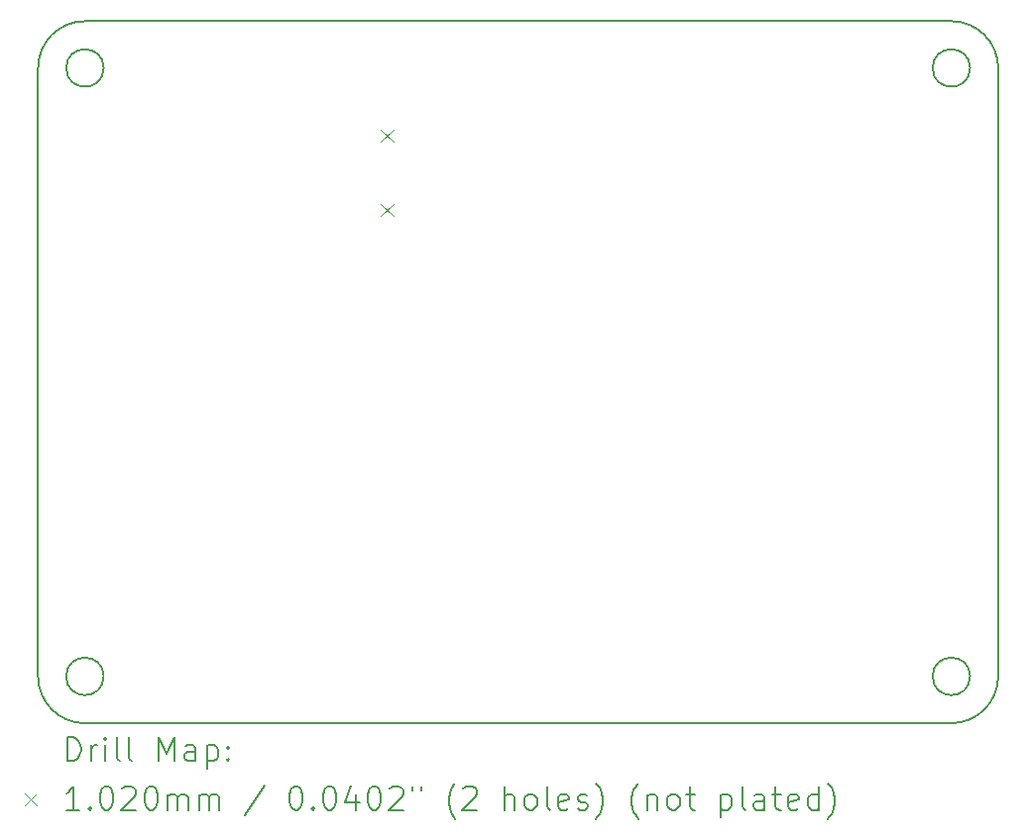
<source format=gbr>
%TF.GenerationSoftware,KiCad,Pcbnew,8.0.6*%
%TF.CreationDate,2024-11-04T12:41:53+02:00*%
%TF.ProjectId,PionController,50696f6e-436f-46e7-9472-6f6c6c65722e,rev?*%
%TF.SameCoordinates,Original*%
%TF.FileFunction,Drillmap*%
%TF.FilePolarity,Positive*%
%FSLAX45Y45*%
G04 Gerber Fmt 4.5, Leading zero omitted, Abs format (unit mm)*
G04 Created by KiCad (PCBNEW 8.0.6) date 2024-11-04 12:41:53*
%MOMM*%
%LPD*%
G01*
G04 APERTURE LIST*
%ADD10C,0.200000*%
%ADD11C,0.102000*%
G04 APERTURE END LIST*
D10*
X17800000Y-12665000D02*
X10400000Y-12665000D01*
X18200000Y-12265000D02*
G75*
G02*
X17800000Y-12665000I-400000J0D01*
G01*
X10560000Y-12265000D02*
G75*
G02*
X10240000Y-12265000I-160000J0D01*
G01*
X10240000Y-12265000D02*
G75*
G02*
X10560000Y-12265000I160000J0D01*
G01*
X10000000Y-7065000D02*
G75*
G02*
X10400000Y-6665000I400000J0D01*
G01*
X17960000Y-7065000D02*
G75*
G02*
X17640000Y-7065000I-160000J0D01*
G01*
X17640000Y-7065000D02*
G75*
G02*
X17960000Y-7065000I160000J0D01*
G01*
X18200000Y-7065000D02*
X18200000Y-12265000D01*
X10400000Y-6665000D02*
X17800000Y-6665000D01*
X10560000Y-7065000D02*
G75*
G02*
X10240000Y-7065000I-160000J0D01*
G01*
X10240000Y-7065000D02*
G75*
G02*
X10560000Y-7065000I160000J0D01*
G01*
X10400000Y-12665000D02*
G75*
G02*
X10000000Y-12265000I0J400000D01*
G01*
X17800000Y-6665000D02*
G75*
G02*
X18200000Y-7065000I0J-400000D01*
G01*
X17960000Y-12265000D02*
G75*
G02*
X17640000Y-12265000I-160000J0D01*
G01*
X17640000Y-12265000D02*
G75*
G02*
X17960000Y-12265000I160000J0D01*
G01*
X10000000Y-12265000D02*
X10000000Y-7065000D01*
D11*
X12930000Y-7589500D02*
X13032000Y-7691500D01*
X13032000Y-7589500D02*
X12930000Y-7691500D01*
X12930000Y-8224500D02*
X13032000Y-8326500D01*
X13032000Y-8224500D02*
X12930000Y-8326500D01*
D10*
X10250777Y-12986484D02*
X10250777Y-12786484D01*
X10250777Y-12786484D02*
X10298396Y-12786484D01*
X10298396Y-12786484D02*
X10326967Y-12796007D01*
X10326967Y-12796007D02*
X10346015Y-12815055D01*
X10346015Y-12815055D02*
X10355539Y-12834103D01*
X10355539Y-12834103D02*
X10365063Y-12872198D01*
X10365063Y-12872198D02*
X10365063Y-12900769D01*
X10365063Y-12900769D02*
X10355539Y-12938865D01*
X10355539Y-12938865D02*
X10346015Y-12957912D01*
X10346015Y-12957912D02*
X10326967Y-12976960D01*
X10326967Y-12976960D02*
X10298396Y-12986484D01*
X10298396Y-12986484D02*
X10250777Y-12986484D01*
X10450777Y-12986484D02*
X10450777Y-12853150D01*
X10450777Y-12891246D02*
X10460301Y-12872198D01*
X10460301Y-12872198D02*
X10469824Y-12862674D01*
X10469824Y-12862674D02*
X10488872Y-12853150D01*
X10488872Y-12853150D02*
X10507920Y-12853150D01*
X10574586Y-12986484D02*
X10574586Y-12853150D01*
X10574586Y-12786484D02*
X10565063Y-12796007D01*
X10565063Y-12796007D02*
X10574586Y-12805531D01*
X10574586Y-12805531D02*
X10584110Y-12796007D01*
X10584110Y-12796007D02*
X10574586Y-12786484D01*
X10574586Y-12786484D02*
X10574586Y-12805531D01*
X10698396Y-12986484D02*
X10679348Y-12976960D01*
X10679348Y-12976960D02*
X10669824Y-12957912D01*
X10669824Y-12957912D02*
X10669824Y-12786484D01*
X10803158Y-12986484D02*
X10784110Y-12976960D01*
X10784110Y-12976960D02*
X10774586Y-12957912D01*
X10774586Y-12957912D02*
X10774586Y-12786484D01*
X11031729Y-12986484D02*
X11031729Y-12786484D01*
X11031729Y-12786484D02*
X11098396Y-12929341D01*
X11098396Y-12929341D02*
X11165063Y-12786484D01*
X11165063Y-12786484D02*
X11165063Y-12986484D01*
X11346015Y-12986484D02*
X11346015Y-12881722D01*
X11346015Y-12881722D02*
X11336491Y-12862674D01*
X11336491Y-12862674D02*
X11317443Y-12853150D01*
X11317443Y-12853150D02*
X11279348Y-12853150D01*
X11279348Y-12853150D02*
X11260301Y-12862674D01*
X11346015Y-12976960D02*
X11326967Y-12986484D01*
X11326967Y-12986484D02*
X11279348Y-12986484D01*
X11279348Y-12986484D02*
X11260301Y-12976960D01*
X11260301Y-12976960D02*
X11250777Y-12957912D01*
X11250777Y-12957912D02*
X11250777Y-12938865D01*
X11250777Y-12938865D02*
X11260301Y-12919817D01*
X11260301Y-12919817D02*
X11279348Y-12910293D01*
X11279348Y-12910293D02*
X11326967Y-12910293D01*
X11326967Y-12910293D02*
X11346015Y-12900769D01*
X11441253Y-12853150D02*
X11441253Y-13053150D01*
X11441253Y-12862674D02*
X11460301Y-12853150D01*
X11460301Y-12853150D02*
X11498396Y-12853150D01*
X11498396Y-12853150D02*
X11517443Y-12862674D01*
X11517443Y-12862674D02*
X11526967Y-12872198D01*
X11526967Y-12872198D02*
X11536491Y-12891246D01*
X11536491Y-12891246D02*
X11536491Y-12948388D01*
X11536491Y-12948388D02*
X11526967Y-12967436D01*
X11526967Y-12967436D02*
X11517443Y-12976960D01*
X11517443Y-12976960D02*
X11498396Y-12986484D01*
X11498396Y-12986484D02*
X11460301Y-12986484D01*
X11460301Y-12986484D02*
X11441253Y-12976960D01*
X11622205Y-12967436D02*
X11631729Y-12976960D01*
X11631729Y-12976960D02*
X11622205Y-12986484D01*
X11622205Y-12986484D02*
X11612682Y-12976960D01*
X11612682Y-12976960D02*
X11622205Y-12967436D01*
X11622205Y-12967436D02*
X11622205Y-12986484D01*
X11622205Y-12862674D02*
X11631729Y-12872198D01*
X11631729Y-12872198D02*
X11622205Y-12881722D01*
X11622205Y-12881722D02*
X11612682Y-12872198D01*
X11612682Y-12872198D02*
X11622205Y-12862674D01*
X11622205Y-12862674D02*
X11622205Y-12881722D01*
D11*
X9888000Y-13264000D02*
X9990000Y-13366000D01*
X9990000Y-13264000D02*
X9888000Y-13366000D01*
D10*
X10355539Y-13406484D02*
X10241253Y-13406484D01*
X10298396Y-13406484D02*
X10298396Y-13206484D01*
X10298396Y-13206484D02*
X10279348Y-13235055D01*
X10279348Y-13235055D02*
X10260301Y-13254103D01*
X10260301Y-13254103D02*
X10241253Y-13263626D01*
X10441253Y-13387436D02*
X10450777Y-13396960D01*
X10450777Y-13396960D02*
X10441253Y-13406484D01*
X10441253Y-13406484D02*
X10431729Y-13396960D01*
X10431729Y-13396960D02*
X10441253Y-13387436D01*
X10441253Y-13387436D02*
X10441253Y-13406484D01*
X10574586Y-13206484D02*
X10593634Y-13206484D01*
X10593634Y-13206484D02*
X10612682Y-13216007D01*
X10612682Y-13216007D02*
X10622205Y-13225531D01*
X10622205Y-13225531D02*
X10631729Y-13244579D01*
X10631729Y-13244579D02*
X10641253Y-13282674D01*
X10641253Y-13282674D02*
X10641253Y-13330293D01*
X10641253Y-13330293D02*
X10631729Y-13368388D01*
X10631729Y-13368388D02*
X10622205Y-13387436D01*
X10622205Y-13387436D02*
X10612682Y-13396960D01*
X10612682Y-13396960D02*
X10593634Y-13406484D01*
X10593634Y-13406484D02*
X10574586Y-13406484D01*
X10574586Y-13406484D02*
X10555539Y-13396960D01*
X10555539Y-13396960D02*
X10546015Y-13387436D01*
X10546015Y-13387436D02*
X10536491Y-13368388D01*
X10536491Y-13368388D02*
X10526967Y-13330293D01*
X10526967Y-13330293D02*
X10526967Y-13282674D01*
X10526967Y-13282674D02*
X10536491Y-13244579D01*
X10536491Y-13244579D02*
X10546015Y-13225531D01*
X10546015Y-13225531D02*
X10555539Y-13216007D01*
X10555539Y-13216007D02*
X10574586Y-13206484D01*
X10717444Y-13225531D02*
X10726967Y-13216007D01*
X10726967Y-13216007D02*
X10746015Y-13206484D01*
X10746015Y-13206484D02*
X10793634Y-13206484D01*
X10793634Y-13206484D02*
X10812682Y-13216007D01*
X10812682Y-13216007D02*
X10822205Y-13225531D01*
X10822205Y-13225531D02*
X10831729Y-13244579D01*
X10831729Y-13244579D02*
X10831729Y-13263626D01*
X10831729Y-13263626D02*
X10822205Y-13292198D01*
X10822205Y-13292198D02*
X10707920Y-13406484D01*
X10707920Y-13406484D02*
X10831729Y-13406484D01*
X10955539Y-13206484D02*
X10974586Y-13206484D01*
X10974586Y-13206484D02*
X10993634Y-13216007D01*
X10993634Y-13216007D02*
X11003158Y-13225531D01*
X11003158Y-13225531D02*
X11012682Y-13244579D01*
X11012682Y-13244579D02*
X11022205Y-13282674D01*
X11022205Y-13282674D02*
X11022205Y-13330293D01*
X11022205Y-13330293D02*
X11012682Y-13368388D01*
X11012682Y-13368388D02*
X11003158Y-13387436D01*
X11003158Y-13387436D02*
X10993634Y-13396960D01*
X10993634Y-13396960D02*
X10974586Y-13406484D01*
X10974586Y-13406484D02*
X10955539Y-13406484D01*
X10955539Y-13406484D02*
X10936491Y-13396960D01*
X10936491Y-13396960D02*
X10926967Y-13387436D01*
X10926967Y-13387436D02*
X10917444Y-13368388D01*
X10917444Y-13368388D02*
X10907920Y-13330293D01*
X10907920Y-13330293D02*
X10907920Y-13282674D01*
X10907920Y-13282674D02*
X10917444Y-13244579D01*
X10917444Y-13244579D02*
X10926967Y-13225531D01*
X10926967Y-13225531D02*
X10936491Y-13216007D01*
X10936491Y-13216007D02*
X10955539Y-13206484D01*
X11107920Y-13406484D02*
X11107920Y-13273150D01*
X11107920Y-13292198D02*
X11117444Y-13282674D01*
X11117444Y-13282674D02*
X11136491Y-13273150D01*
X11136491Y-13273150D02*
X11165063Y-13273150D01*
X11165063Y-13273150D02*
X11184110Y-13282674D01*
X11184110Y-13282674D02*
X11193634Y-13301722D01*
X11193634Y-13301722D02*
X11193634Y-13406484D01*
X11193634Y-13301722D02*
X11203158Y-13282674D01*
X11203158Y-13282674D02*
X11222205Y-13273150D01*
X11222205Y-13273150D02*
X11250777Y-13273150D01*
X11250777Y-13273150D02*
X11269824Y-13282674D01*
X11269824Y-13282674D02*
X11279348Y-13301722D01*
X11279348Y-13301722D02*
X11279348Y-13406484D01*
X11374586Y-13406484D02*
X11374586Y-13273150D01*
X11374586Y-13292198D02*
X11384110Y-13282674D01*
X11384110Y-13282674D02*
X11403158Y-13273150D01*
X11403158Y-13273150D02*
X11431729Y-13273150D01*
X11431729Y-13273150D02*
X11450777Y-13282674D01*
X11450777Y-13282674D02*
X11460301Y-13301722D01*
X11460301Y-13301722D02*
X11460301Y-13406484D01*
X11460301Y-13301722D02*
X11469824Y-13282674D01*
X11469824Y-13282674D02*
X11488872Y-13273150D01*
X11488872Y-13273150D02*
X11517443Y-13273150D01*
X11517443Y-13273150D02*
X11536491Y-13282674D01*
X11536491Y-13282674D02*
X11546015Y-13301722D01*
X11546015Y-13301722D02*
X11546015Y-13406484D01*
X11936491Y-13196960D02*
X11765063Y-13454103D01*
X12193634Y-13206484D02*
X12212682Y-13206484D01*
X12212682Y-13206484D02*
X12231729Y-13216007D01*
X12231729Y-13216007D02*
X12241253Y-13225531D01*
X12241253Y-13225531D02*
X12250777Y-13244579D01*
X12250777Y-13244579D02*
X12260301Y-13282674D01*
X12260301Y-13282674D02*
X12260301Y-13330293D01*
X12260301Y-13330293D02*
X12250777Y-13368388D01*
X12250777Y-13368388D02*
X12241253Y-13387436D01*
X12241253Y-13387436D02*
X12231729Y-13396960D01*
X12231729Y-13396960D02*
X12212682Y-13406484D01*
X12212682Y-13406484D02*
X12193634Y-13406484D01*
X12193634Y-13406484D02*
X12174586Y-13396960D01*
X12174586Y-13396960D02*
X12165063Y-13387436D01*
X12165063Y-13387436D02*
X12155539Y-13368388D01*
X12155539Y-13368388D02*
X12146015Y-13330293D01*
X12146015Y-13330293D02*
X12146015Y-13282674D01*
X12146015Y-13282674D02*
X12155539Y-13244579D01*
X12155539Y-13244579D02*
X12165063Y-13225531D01*
X12165063Y-13225531D02*
X12174586Y-13216007D01*
X12174586Y-13216007D02*
X12193634Y-13206484D01*
X12346015Y-13387436D02*
X12355539Y-13396960D01*
X12355539Y-13396960D02*
X12346015Y-13406484D01*
X12346015Y-13406484D02*
X12336491Y-13396960D01*
X12336491Y-13396960D02*
X12346015Y-13387436D01*
X12346015Y-13387436D02*
X12346015Y-13406484D01*
X12479348Y-13206484D02*
X12498396Y-13206484D01*
X12498396Y-13206484D02*
X12517444Y-13216007D01*
X12517444Y-13216007D02*
X12526967Y-13225531D01*
X12526967Y-13225531D02*
X12536491Y-13244579D01*
X12536491Y-13244579D02*
X12546015Y-13282674D01*
X12546015Y-13282674D02*
X12546015Y-13330293D01*
X12546015Y-13330293D02*
X12536491Y-13368388D01*
X12536491Y-13368388D02*
X12526967Y-13387436D01*
X12526967Y-13387436D02*
X12517444Y-13396960D01*
X12517444Y-13396960D02*
X12498396Y-13406484D01*
X12498396Y-13406484D02*
X12479348Y-13406484D01*
X12479348Y-13406484D02*
X12460301Y-13396960D01*
X12460301Y-13396960D02*
X12450777Y-13387436D01*
X12450777Y-13387436D02*
X12441253Y-13368388D01*
X12441253Y-13368388D02*
X12431729Y-13330293D01*
X12431729Y-13330293D02*
X12431729Y-13282674D01*
X12431729Y-13282674D02*
X12441253Y-13244579D01*
X12441253Y-13244579D02*
X12450777Y-13225531D01*
X12450777Y-13225531D02*
X12460301Y-13216007D01*
X12460301Y-13216007D02*
X12479348Y-13206484D01*
X12717444Y-13273150D02*
X12717444Y-13406484D01*
X12669825Y-13196960D02*
X12622206Y-13339817D01*
X12622206Y-13339817D02*
X12746015Y-13339817D01*
X12860301Y-13206484D02*
X12879348Y-13206484D01*
X12879348Y-13206484D02*
X12898396Y-13216007D01*
X12898396Y-13216007D02*
X12907920Y-13225531D01*
X12907920Y-13225531D02*
X12917444Y-13244579D01*
X12917444Y-13244579D02*
X12926967Y-13282674D01*
X12926967Y-13282674D02*
X12926967Y-13330293D01*
X12926967Y-13330293D02*
X12917444Y-13368388D01*
X12917444Y-13368388D02*
X12907920Y-13387436D01*
X12907920Y-13387436D02*
X12898396Y-13396960D01*
X12898396Y-13396960D02*
X12879348Y-13406484D01*
X12879348Y-13406484D02*
X12860301Y-13406484D01*
X12860301Y-13406484D02*
X12841253Y-13396960D01*
X12841253Y-13396960D02*
X12831729Y-13387436D01*
X12831729Y-13387436D02*
X12822206Y-13368388D01*
X12822206Y-13368388D02*
X12812682Y-13330293D01*
X12812682Y-13330293D02*
X12812682Y-13282674D01*
X12812682Y-13282674D02*
X12822206Y-13244579D01*
X12822206Y-13244579D02*
X12831729Y-13225531D01*
X12831729Y-13225531D02*
X12841253Y-13216007D01*
X12841253Y-13216007D02*
X12860301Y-13206484D01*
X13003158Y-13225531D02*
X13012682Y-13216007D01*
X13012682Y-13216007D02*
X13031729Y-13206484D01*
X13031729Y-13206484D02*
X13079348Y-13206484D01*
X13079348Y-13206484D02*
X13098396Y-13216007D01*
X13098396Y-13216007D02*
X13107920Y-13225531D01*
X13107920Y-13225531D02*
X13117444Y-13244579D01*
X13117444Y-13244579D02*
X13117444Y-13263626D01*
X13117444Y-13263626D02*
X13107920Y-13292198D01*
X13107920Y-13292198D02*
X12993634Y-13406484D01*
X12993634Y-13406484D02*
X13117444Y-13406484D01*
X13193634Y-13206484D02*
X13193634Y-13244579D01*
X13269825Y-13206484D02*
X13269825Y-13244579D01*
X13565063Y-13482674D02*
X13555539Y-13473150D01*
X13555539Y-13473150D02*
X13536491Y-13444579D01*
X13536491Y-13444579D02*
X13526968Y-13425531D01*
X13526968Y-13425531D02*
X13517444Y-13396960D01*
X13517444Y-13396960D02*
X13507920Y-13349341D01*
X13507920Y-13349341D02*
X13507920Y-13311246D01*
X13507920Y-13311246D02*
X13517444Y-13263626D01*
X13517444Y-13263626D02*
X13526968Y-13235055D01*
X13526968Y-13235055D02*
X13536491Y-13216007D01*
X13536491Y-13216007D02*
X13555539Y-13187436D01*
X13555539Y-13187436D02*
X13565063Y-13177912D01*
X13631729Y-13225531D02*
X13641253Y-13216007D01*
X13641253Y-13216007D02*
X13660301Y-13206484D01*
X13660301Y-13206484D02*
X13707920Y-13206484D01*
X13707920Y-13206484D02*
X13726968Y-13216007D01*
X13726968Y-13216007D02*
X13736491Y-13225531D01*
X13736491Y-13225531D02*
X13746015Y-13244579D01*
X13746015Y-13244579D02*
X13746015Y-13263626D01*
X13746015Y-13263626D02*
X13736491Y-13292198D01*
X13736491Y-13292198D02*
X13622206Y-13406484D01*
X13622206Y-13406484D02*
X13746015Y-13406484D01*
X13984110Y-13406484D02*
X13984110Y-13206484D01*
X14069825Y-13406484D02*
X14069825Y-13301722D01*
X14069825Y-13301722D02*
X14060301Y-13282674D01*
X14060301Y-13282674D02*
X14041253Y-13273150D01*
X14041253Y-13273150D02*
X14012682Y-13273150D01*
X14012682Y-13273150D02*
X13993634Y-13282674D01*
X13993634Y-13282674D02*
X13984110Y-13292198D01*
X14193634Y-13406484D02*
X14174587Y-13396960D01*
X14174587Y-13396960D02*
X14165063Y-13387436D01*
X14165063Y-13387436D02*
X14155539Y-13368388D01*
X14155539Y-13368388D02*
X14155539Y-13311246D01*
X14155539Y-13311246D02*
X14165063Y-13292198D01*
X14165063Y-13292198D02*
X14174587Y-13282674D01*
X14174587Y-13282674D02*
X14193634Y-13273150D01*
X14193634Y-13273150D02*
X14222206Y-13273150D01*
X14222206Y-13273150D02*
X14241253Y-13282674D01*
X14241253Y-13282674D02*
X14250777Y-13292198D01*
X14250777Y-13292198D02*
X14260301Y-13311246D01*
X14260301Y-13311246D02*
X14260301Y-13368388D01*
X14260301Y-13368388D02*
X14250777Y-13387436D01*
X14250777Y-13387436D02*
X14241253Y-13396960D01*
X14241253Y-13396960D02*
X14222206Y-13406484D01*
X14222206Y-13406484D02*
X14193634Y-13406484D01*
X14374587Y-13406484D02*
X14355539Y-13396960D01*
X14355539Y-13396960D02*
X14346015Y-13377912D01*
X14346015Y-13377912D02*
X14346015Y-13206484D01*
X14526968Y-13396960D02*
X14507920Y-13406484D01*
X14507920Y-13406484D02*
X14469825Y-13406484D01*
X14469825Y-13406484D02*
X14450777Y-13396960D01*
X14450777Y-13396960D02*
X14441253Y-13377912D01*
X14441253Y-13377912D02*
X14441253Y-13301722D01*
X14441253Y-13301722D02*
X14450777Y-13282674D01*
X14450777Y-13282674D02*
X14469825Y-13273150D01*
X14469825Y-13273150D02*
X14507920Y-13273150D01*
X14507920Y-13273150D02*
X14526968Y-13282674D01*
X14526968Y-13282674D02*
X14536491Y-13301722D01*
X14536491Y-13301722D02*
X14536491Y-13320769D01*
X14536491Y-13320769D02*
X14441253Y-13339817D01*
X14612682Y-13396960D02*
X14631730Y-13406484D01*
X14631730Y-13406484D02*
X14669825Y-13406484D01*
X14669825Y-13406484D02*
X14688872Y-13396960D01*
X14688872Y-13396960D02*
X14698396Y-13377912D01*
X14698396Y-13377912D02*
X14698396Y-13368388D01*
X14698396Y-13368388D02*
X14688872Y-13349341D01*
X14688872Y-13349341D02*
X14669825Y-13339817D01*
X14669825Y-13339817D02*
X14641253Y-13339817D01*
X14641253Y-13339817D02*
X14622206Y-13330293D01*
X14622206Y-13330293D02*
X14612682Y-13311246D01*
X14612682Y-13311246D02*
X14612682Y-13301722D01*
X14612682Y-13301722D02*
X14622206Y-13282674D01*
X14622206Y-13282674D02*
X14641253Y-13273150D01*
X14641253Y-13273150D02*
X14669825Y-13273150D01*
X14669825Y-13273150D02*
X14688872Y-13282674D01*
X14765063Y-13482674D02*
X14774587Y-13473150D01*
X14774587Y-13473150D02*
X14793634Y-13444579D01*
X14793634Y-13444579D02*
X14803158Y-13425531D01*
X14803158Y-13425531D02*
X14812682Y-13396960D01*
X14812682Y-13396960D02*
X14822206Y-13349341D01*
X14822206Y-13349341D02*
X14822206Y-13311246D01*
X14822206Y-13311246D02*
X14812682Y-13263626D01*
X14812682Y-13263626D02*
X14803158Y-13235055D01*
X14803158Y-13235055D02*
X14793634Y-13216007D01*
X14793634Y-13216007D02*
X14774587Y-13187436D01*
X14774587Y-13187436D02*
X14765063Y-13177912D01*
X15126968Y-13482674D02*
X15117444Y-13473150D01*
X15117444Y-13473150D02*
X15098396Y-13444579D01*
X15098396Y-13444579D02*
X15088872Y-13425531D01*
X15088872Y-13425531D02*
X15079349Y-13396960D01*
X15079349Y-13396960D02*
X15069825Y-13349341D01*
X15069825Y-13349341D02*
X15069825Y-13311246D01*
X15069825Y-13311246D02*
X15079349Y-13263626D01*
X15079349Y-13263626D02*
X15088872Y-13235055D01*
X15088872Y-13235055D02*
X15098396Y-13216007D01*
X15098396Y-13216007D02*
X15117444Y-13187436D01*
X15117444Y-13187436D02*
X15126968Y-13177912D01*
X15203158Y-13273150D02*
X15203158Y-13406484D01*
X15203158Y-13292198D02*
X15212682Y-13282674D01*
X15212682Y-13282674D02*
X15231730Y-13273150D01*
X15231730Y-13273150D02*
X15260301Y-13273150D01*
X15260301Y-13273150D02*
X15279349Y-13282674D01*
X15279349Y-13282674D02*
X15288872Y-13301722D01*
X15288872Y-13301722D02*
X15288872Y-13406484D01*
X15412682Y-13406484D02*
X15393634Y-13396960D01*
X15393634Y-13396960D02*
X15384111Y-13387436D01*
X15384111Y-13387436D02*
X15374587Y-13368388D01*
X15374587Y-13368388D02*
X15374587Y-13311246D01*
X15374587Y-13311246D02*
X15384111Y-13292198D01*
X15384111Y-13292198D02*
X15393634Y-13282674D01*
X15393634Y-13282674D02*
X15412682Y-13273150D01*
X15412682Y-13273150D02*
X15441253Y-13273150D01*
X15441253Y-13273150D02*
X15460301Y-13282674D01*
X15460301Y-13282674D02*
X15469825Y-13292198D01*
X15469825Y-13292198D02*
X15479349Y-13311246D01*
X15479349Y-13311246D02*
X15479349Y-13368388D01*
X15479349Y-13368388D02*
X15469825Y-13387436D01*
X15469825Y-13387436D02*
X15460301Y-13396960D01*
X15460301Y-13396960D02*
X15441253Y-13406484D01*
X15441253Y-13406484D02*
X15412682Y-13406484D01*
X15536492Y-13273150D02*
X15612682Y-13273150D01*
X15565063Y-13206484D02*
X15565063Y-13377912D01*
X15565063Y-13377912D02*
X15574587Y-13396960D01*
X15574587Y-13396960D02*
X15593634Y-13406484D01*
X15593634Y-13406484D02*
X15612682Y-13406484D01*
X15831730Y-13273150D02*
X15831730Y-13473150D01*
X15831730Y-13282674D02*
X15850777Y-13273150D01*
X15850777Y-13273150D02*
X15888873Y-13273150D01*
X15888873Y-13273150D02*
X15907920Y-13282674D01*
X15907920Y-13282674D02*
X15917444Y-13292198D01*
X15917444Y-13292198D02*
X15926968Y-13311246D01*
X15926968Y-13311246D02*
X15926968Y-13368388D01*
X15926968Y-13368388D02*
X15917444Y-13387436D01*
X15917444Y-13387436D02*
X15907920Y-13396960D01*
X15907920Y-13396960D02*
X15888873Y-13406484D01*
X15888873Y-13406484D02*
X15850777Y-13406484D01*
X15850777Y-13406484D02*
X15831730Y-13396960D01*
X16041253Y-13406484D02*
X16022206Y-13396960D01*
X16022206Y-13396960D02*
X16012682Y-13377912D01*
X16012682Y-13377912D02*
X16012682Y-13206484D01*
X16203158Y-13406484D02*
X16203158Y-13301722D01*
X16203158Y-13301722D02*
X16193634Y-13282674D01*
X16193634Y-13282674D02*
X16174587Y-13273150D01*
X16174587Y-13273150D02*
X16136492Y-13273150D01*
X16136492Y-13273150D02*
X16117444Y-13282674D01*
X16203158Y-13396960D02*
X16184111Y-13406484D01*
X16184111Y-13406484D02*
X16136492Y-13406484D01*
X16136492Y-13406484D02*
X16117444Y-13396960D01*
X16117444Y-13396960D02*
X16107920Y-13377912D01*
X16107920Y-13377912D02*
X16107920Y-13358865D01*
X16107920Y-13358865D02*
X16117444Y-13339817D01*
X16117444Y-13339817D02*
X16136492Y-13330293D01*
X16136492Y-13330293D02*
X16184111Y-13330293D01*
X16184111Y-13330293D02*
X16203158Y-13320769D01*
X16269825Y-13273150D02*
X16346015Y-13273150D01*
X16298396Y-13206484D02*
X16298396Y-13377912D01*
X16298396Y-13377912D02*
X16307920Y-13396960D01*
X16307920Y-13396960D02*
X16326968Y-13406484D01*
X16326968Y-13406484D02*
X16346015Y-13406484D01*
X16488873Y-13396960D02*
X16469825Y-13406484D01*
X16469825Y-13406484D02*
X16431730Y-13406484D01*
X16431730Y-13406484D02*
X16412682Y-13396960D01*
X16412682Y-13396960D02*
X16403158Y-13377912D01*
X16403158Y-13377912D02*
X16403158Y-13301722D01*
X16403158Y-13301722D02*
X16412682Y-13282674D01*
X16412682Y-13282674D02*
X16431730Y-13273150D01*
X16431730Y-13273150D02*
X16469825Y-13273150D01*
X16469825Y-13273150D02*
X16488873Y-13282674D01*
X16488873Y-13282674D02*
X16498396Y-13301722D01*
X16498396Y-13301722D02*
X16498396Y-13320769D01*
X16498396Y-13320769D02*
X16403158Y-13339817D01*
X16669825Y-13406484D02*
X16669825Y-13206484D01*
X16669825Y-13396960D02*
X16650777Y-13406484D01*
X16650777Y-13406484D02*
X16612682Y-13406484D01*
X16612682Y-13406484D02*
X16593634Y-13396960D01*
X16593634Y-13396960D02*
X16584111Y-13387436D01*
X16584111Y-13387436D02*
X16574587Y-13368388D01*
X16574587Y-13368388D02*
X16574587Y-13311246D01*
X16574587Y-13311246D02*
X16584111Y-13292198D01*
X16584111Y-13292198D02*
X16593634Y-13282674D01*
X16593634Y-13282674D02*
X16612682Y-13273150D01*
X16612682Y-13273150D02*
X16650777Y-13273150D01*
X16650777Y-13273150D02*
X16669825Y-13282674D01*
X16746015Y-13482674D02*
X16755539Y-13473150D01*
X16755539Y-13473150D02*
X16774587Y-13444579D01*
X16774587Y-13444579D02*
X16784111Y-13425531D01*
X16784111Y-13425531D02*
X16793635Y-13396960D01*
X16793635Y-13396960D02*
X16803158Y-13349341D01*
X16803158Y-13349341D02*
X16803158Y-13311246D01*
X16803158Y-13311246D02*
X16793635Y-13263626D01*
X16793635Y-13263626D02*
X16784111Y-13235055D01*
X16784111Y-13235055D02*
X16774587Y-13216007D01*
X16774587Y-13216007D02*
X16755539Y-13187436D01*
X16755539Y-13187436D02*
X16746015Y-13177912D01*
M02*

</source>
